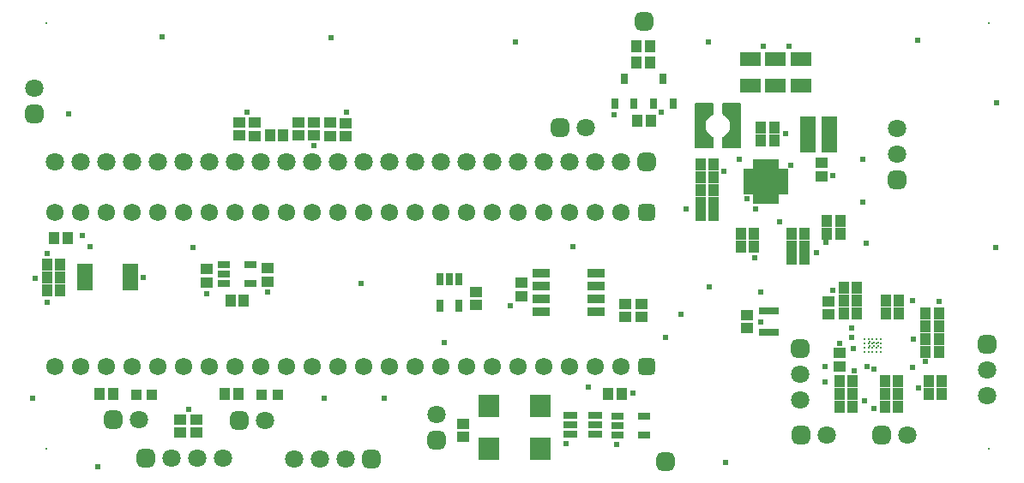
<source format=gts>
G04*
G04 #@! TF.GenerationSoftware,Altium Limited,Altium Designer,21.6.4 (81)*
G04*
G04 Layer_Color=8388736*
%FSLAX44Y44*%
%MOMM*%
G71*
G04*
G04 #@! TF.SameCoordinates,B5D7AA2C-AE02-420C-9FE3-D908FE65D14F*
G04*
G04*
G04 #@! TF.FilePolarity,Negative*
G04*
G01*
G75*
%ADD23C,0.2080*%
%ADD31R,1.0332X1.1432*%
%ADD32R,1.2532X0.8032*%
%ADD33R,1.1432X1.0332*%
%ADD34R,0.6532X0.6732*%
%ADD35R,2.1232X1.4232*%
%ADD36R,1.1032X0.5032*%
%ADD37R,0.5032X1.1032*%
%ADD38R,2.3532X2.3532*%
%ADD39R,0.8032X1.0532*%
%ADD40R,2.0032X2.2032*%
%ADD41R,1.0032X1.0032*%
%ADD42R,1.6370X0.6718*%
%ADD43R,1.4032X0.8032*%
%ADD44R,0.8032X1.2532*%
%ADD45R,1.7292X0.8532*%
%ADD46R,1.5032X3.6032*%
%ADD47C,1.8032*%
G04:AMPARAMS|DCode=48|XSize=1.8032mm|YSize=1.8032mm|CornerRadius=0.5016mm|HoleSize=0mm|Usage=FLASHONLY|Rotation=0.000|XOffset=0mm|YOffset=0mm|HoleType=Round|Shape=RoundedRectangle|*
%AMROUNDEDRECTD48*
21,1,1.8032,0.8000,0,0,0.0*
21,1,0.8000,1.8032,0,0,0.0*
1,1,1.0032,0.4000,-0.4000*
1,1,1.0032,-0.4000,-0.4000*
1,1,1.0032,-0.4000,0.4000*
1,1,1.0032,0.4000,0.4000*
%
%ADD48ROUNDEDRECTD48*%
G04:AMPARAMS|DCode=49|XSize=1.8032mm|YSize=1.8032mm|CornerRadius=0.5016mm|HoleSize=0mm|Usage=FLASHONLY|Rotation=90.000|XOffset=0mm|YOffset=0mm|HoleType=Round|Shape=RoundedRectangle|*
%AMROUNDEDRECTD49*
21,1,1.8032,0.8000,0,0,90.0*
21,1,0.8000,1.8032,0,0,90.0*
1,1,1.0032,0.4000,0.4000*
1,1,1.0032,0.4000,-0.4000*
1,1,1.0032,-0.4000,-0.4000*
1,1,1.0032,-0.4000,0.4000*
%
%ADD49ROUNDEDRECTD49*%
%ADD50C,0.2000*%
%ADD51C,1.7232*%
G04:AMPARAMS|DCode=52|XSize=1.7232mm|YSize=1.7232mm|CornerRadius=0.4816mm|HoleSize=0mm|Usage=FLASHONLY|Rotation=180.000|XOffset=0mm|YOffset=0mm|HoleType=Round|Shape=RoundedRectangle|*
%AMROUNDEDRECTD52*
21,1,1.7232,0.7600,0,0,180.0*
21,1,0.7600,1.7232,0,0,180.0*
1,1,0.9632,-0.3800,0.3800*
1,1,0.9632,0.3800,0.3800*
1,1,0.9632,0.3800,-0.3800*
1,1,0.9632,-0.3800,-0.3800*
%
%ADD52ROUNDEDRECTD52*%
%ADD53C,0.2200*%
%ADD54C,0.6200*%
G36*
X687383Y371510D02*
X687514Y371483D01*
X687640Y371441D01*
X687759Y371382D01*
X687870Y371308D01*
X687970Y371220D01*
X688058Y371120D01*
X688132Y371009D01*
X688191Y370890D01*
X688233Y370764D01*
X688260Y370633D01*
X688268Y370500D01*
Y360820D01*
X688271Y360780D01*
X688270Y360760D01*
X688270Y360740D01*
X688265Y360694D01*
X688262Y360648D01*
X688258Y360628D01*
X688256Y360608D01*
X688245Y360563D01*
X688236Y360517D01*
X688230Y360498D01*
X688225Y360478D01*
X688208Y360435D01*
X688193Y360391D01*
X688184Y360373D01*
X688177Y360354D01*
X688155Y360313D01*
X688134Y360271D01*
X688123Y360255D01*
X688113Y360237D01*
X688086Y360199D01*
X688060Y360161D01*
X688047Y360145D01*
X688035Y360129D01*
X688003Y360095D01*
X687973Y360061D01*
X687957Y360047D01*
X687943Y360033D01*
X687907Y360003D01*
X687872Y359973D01*
X687856Y359961D01*
X687840Y359949D01*
X687800Y359925D01*
X687762Y359899D01*
X687744Y359890D01*
X687726Y359879D01*
X686703Y359342D01*
X684851Y358004D01*
X683300Y356359D01*
X682086Y354453D01*
X681251Y352352D01*
X680826Y350132D01*
X680826Y347871D01*
X681250Y345651D01*
X682084Y343550D01*
X683298Y341643D01*
X684849Y339999D01*
X686700Y338660D01*
X687680Y338145D01*
X687684Y338143D01*
X687707Y338131D01*
X687723Y338122D01*
X687726Y338120D01*
X687759Y338104D01*
X687779Y338091D01*
X687801Y338079D01*
X687833Y338055D01*
X687837Y338053D01*
X687840Y338050D01*
X687870Y338030D01*
X687888Y338014D01*
X687908Y338000D01*
X687936Y337972D01*
X687940Y337969D01*
X687943Y337966D01*
X687970Y337942D01*
X687986Y337924D01*
X688004Y337907D01*
X688028Y337877D01*
X688032Y337872D01*
X688035Y337868D01*
X688058Y337842D01*
X688071Y337822D01*
X688087Y337803D01*
X688106Y337771D01*
X688110Y337765D01*
X688113Y337760D01*
X688132Y337732D01*
X688143Y337710D01*
X688155Y337689D01*
X688170Y337655D01*
X688174Y337648D01*
X688176Y337641D01*
X688191Y337612D01*
X688198Y337589D01*
X688208Y337566D01*
X688218Y337533D01*
X688222Y337523D01*
X688224Y337515D01*
X688233Y337486D01*
X688238Y337462D01*
X688245Y337439D01*
X688250Y337406D01*
X688253Y337394D01*
X688254Y337384D01*
X688260Y337355D01*
X688261Y337331D01*
X688265Y337307D01*
X688265Y337275D01*
X688267Y337261D01*
X688266Y337249D01*
X688268Y337223D01*
Y327500D01*
X688260Y327367D01*
X688233Y327237D01*
X688191Y327110D01*
X688132Y326991D01*
X688058Y326880D01*
X687970Y326780D01*
X687870Y326692D01*
X687759Y326618D01*
X687640Y326559D01*
X687514Y326516D01*
X687383Y326491D01*
X687250Y326482D01*
X671250D01*
X671117Y326491D01*
X670986Y326516D01*
X670860Y326559D01*
X670741Y326618D01*
X670630Y326692D01*
X670530Y326780D01*
X670442Y326880D01*
X670368Y326991D01*
X670309Y327110D01*
X670266Y327237D01*
X670240Y327367D01*
X670232Y327500D01*
Y370500D01*
X670240Y370633D01*
X670266Y370764D01*
X670309Y370890D01*
X670368Y371009D01*
X670442Y371120D01*
X670530Y371220D01*
X670630Y371308D01*
X670741Y371382D01*
X670860Y371441D01*
X670986Y371483D01*
X671117Y371510D01*
X671250Y371518D01*
X687250D01*
X687383Y371510D01*
D02*
G37*
G36*
X714383D02*
X714513Y371483D01*
X714640Y371441D01*
X714759Y371382D01*
X714870Y371308D01*
X714970Y371220D01*
X715058Y371120D01*
X715132Y371009D01*
X715191Y370890D01*
X715234Y370764D01*
X715259Y370633D01*
X715268Y370500D01*
Y327500D01*
X715259Y327367D01*
X715234Y327237D01*
X715191Y327110D01*
X715132Y326991D01*
X715058Y326880D01*
X714970Y326780D01*
X714870Y326692D01*
X714759Y326618D01*
X714640Y326559D01*
X714513Y326516D01*
X714383Y326491D01*
X714250Y326482D01*
X698250D01*
X698117Y326491D01*
X697987Y326516D01*
X697860Y326559D01*
X697741Y326618D01*
X697630Y326692D01*
X697530Y326780D01*
X697442Y326880D01*
X697368Y326991D01*
X697309Y327110D01*
X697266Y327237D01*
X697241Y327367D01*
X697232Y327500D01*
Y337175D01*
X697229Y337210D01*
X697231Y337235D01*
X697230Y337260D01*
X697234Y337301D01*
X697237Y337343D01*
X697241Y337367D01*
X697244Y337393D01*
X697254Y337433D01*
X697261Y337474D01*
X697269Y337498D01*
X697275Y337522D01*
X697290Y337560D01*
X697303Y337600D01*
X697314Y337623D01*
X697323Y337646D01*
X697343Y337683D01*
X697361Y337720D01*
X697374Y337741D01*
X697386Y337763D01*
X697411Y337797D01*
X697434Y337832D01*
X697450Y337851D01*
X697465Y337871D01*
X697494Y337901D01*
X697521Y337933D01*
X697539Y337949D01*
X697557Y337967D01*
X697589Y337994D01*
X697620Y338021D01*
X697641Y338036D01*
X697660Y338051D01*
X697695Y338073D01*
X697730Y338096D01*
X697752Y338108D01*
X697774Y338121D01*
X698797Y338658D01*
X700649Y339996D01*
X702200Y341641D01*
X703414Y343547D01*
X704249Y345648D01*
X704674Y347868D01*
X704674Y350129D01*
X704250Y352349D01*
X703416Y354450D01*
X702202Y356357D01*
X700651Y358001D01*
X698800Y359340D01*
X697820Y359855D01*
X697816Y359857D01*
X697795Y359868D01*
X697777Y359878D01*
X697773Y359880D01*
X697741Y359896D01*
X697721Y359909D01*
X697699Y359921D01*
X697668Y359944D01*
X697663Y359947D01*
X697660Y359950D01*
X697630Y359970D01*
X697612Y359986D01*
X697592Y360000D01*
X697564Y360028D01*
X697560Y360031D01*
X697557Y360034D01*
X697530Y360058D01*
X697514Y360076D01*
X697496Y360093D01*
X697473Y360123D01*
X697468Y360128D01*
X697465Y360132D01*
X697442Y360158D01*
X697429Y360178D01*
X697413Y360197D01*
X697394Y360229D01*
X697390Y360235D01*
X697387Y360241D01*
X697368Y360269D01*
X697357Y360290D01*
X697345Y360312D01*
X697330Y360344D01*
X697326Y360353D01*
X697323Y360359D01*
X697309Y360388D01*
X697301Y360411D01*
X697292Y360434D01*
X697282Y360467D01*
X697278Y360477D01*
X697276Y360485D01*
X697266Y360514D01*
X697262Y360538D01*
X697255Y360562D01*
X697250Y360594D01*
X697247Y360606D01*
X697246Y360617D01*
X697241Y360645D01*
X697239Y360669D01*
X697235Y360693D01*
X697235Y360724D01*
X697233Y360739D01*
X697234Y360751D01*
X697232Y360778D01*
Y370500D01*
X697241Y370633D01*
X697266Y370764D01*
X697309Y370890D01*
X697368Y371009D01*
X697442Y371120D01*
X697530Y371220D01*
X697630Y371308D01*
X697741Y371382D01*
X697860Y371441D01*
X697987Y371483D01*
X698117Y371510D01*
X698250Y371518D01*
X714250D01*
X714383Y371510D01*
D02*
G37*
D23*
X837500Y137592D02*
D03*
X841500D02*
D03*
X845500D02*
D03*
X849500D02*
D03*
X853500D02*
D03*
X837500Y133592D02*
D03*
X841500D02*
D03*
X845500D02*
D03*
X849500D02*
D03*
X853500D02*
D03*
X837500Y129593D02*
D03*
X841500D02*
D03*
X845500D02*
D03*
X849500D02*
D03*
X853500D02*
D03*
X837500Y125592D02*
D03*
X841500D02*
D03*
X845500D02*
D03*
X849500D02*
D03*
X853500D02*
D03*
D31*
X858400Y176000D02*
D03*
X871600D02*
D03*
X613150Y354250D02*
D03*
X626350D02*
D03*
X688600Y310500D02*
D03*
X675400D02*
D03*
X250650Y339750D02*
D03*
X263850D02*
D03*
X625850Y427250D02*
D03*
X612650D02*
D03*
X625850Y411750D02*
D03*
X612650D02*
D03*
X748600Y346750D02*
D03*
X735400D02*
D03*
X748600Y334250D02*
D03*
X735400D02*
D03*
X813600Y242250D02*
D03*
X800400D02*
D03*
X813600Y254750D02*
D03*
X800400D02*
D03*
X778600Y217250D02*
D03*
X765400D02*
D03*
Y229750D02*
D03*
X778600D02*
D03*
Y242250D02*
D03*
X765400D02*
D03*
X715400D02*
D03*
X728600D02*
D03*
X715400Y229750D02*
D03*
X728600D02*
D03*
X675400Y260500D02*
D03*
X688600D02*
D03*
X675400Y285500D02*
D03*
X688600D02*
D03*
Y273000D02*
D03*
X675400D02*
D03*
X688600Y298000D02*
D03*
X675400D02*
D03*
X857650Y71093D02*
D03*
X870850D02*
D03*
X812650D02*
D03*
X825850D02*
D03*
X812650Y83593D02*
D03*
X825850D02*
D03*
X913850D02*
D03*
X900650D02*
D03*
X913850Y96093D02*
D03*
X900650D02*
D03*
X857650Y83593D02*
D03*
X870850D02*
D03*
X857650Y96093D02*
D03*
X870850D02*
D03*
X825850D02*
D03*
X812650D02*
D03*
X910850Y125592D02*
D03*
X897650D02*
D03*
X910850Y138092D02*
D03*
X897650D02*
D03*
Y150592D02*
D03*
X910850D02*
D03*
Y163092D02*
D03*
X897650D02*
D03*
X858400D02*
D03*
X871600D02*
D03*
X816900Y188500D02*
D03*
X830100D02*
D03*
X816900Y176000D02*
D03*
X830100D02*
D03*
Y163092D02*
D03*
X816900D02*
D03*
X597850Y84000D02*
D03*
X584650D02*
D03*
X50850Y238250D02*
D03*
X37650D02*
D03*
X82650Y83500D02*
D03*
X95850D02*
D03*
X219250D02*
D03*
X206050D02*
D03*
X211650Y176250D02*
D03*
X224850D02*
D03*
X43600Y186000D02*
D03*
X30400D02*
D03*
X43600Y211500D02*
D03*
X30400D02*
D03*
X43600Y198750D02*
D03*
X30400D02*
D03*
D32*
X594000Y62000D02*
D03*
Y52500D02*
D03*
Y43000D02*
D03*
X620000D02*
D03*
Y62000D02*
D03*
X205250Y212000D02*
D03*
Y202500D02*
D03*
Y193000D02*
D03*
X231250D02*
D03*
Y212000D02*
D03*
D33*
X721500Y162100D02*
D03*
Y148900D02*
D03*
X178250Y45400D02*
D03*
Y58600D02*
D03*
X162250Y45400D02*
D03*
Y58600D02*
D03*
X454000Y184850D02*
D03*
Y171650D02*
D03*
X617250Y173100D02*
D03*
Y159900D02*
D03*
X601500Y173100D02*
D03*
Y159900D02*
D03*
X498500Y193600D02*
D03*
Y180400D02*
D03*
X794750Y312350D02*
D03*
Y299150D02*
D03*
X813000Y110992D02*
D03*
Y124192D02*
D03*
X802008Y175600D02*
D03*
Y162400D02*
D03*
X441507Y41150D02*
D03*
Y54350D02*
D03*
X188258Y207350D02*
D03*
Y194150D02*
D03*
X248242Y208100D02*
D03*
Y194900D02*
D03*
X325500Y338400D02*
D03*
Y351600D02*
D03*
X278750Y339150D02*
D03*
Y352350D02*
D03*
X309750Y338900D02*
D03*
Y352100D02*
D03*
X294193Y352350D02*
D03*
Y339150D02*
D03*
X235758Y338900D02*
D03*
Y352100D02*
D03*
X220250Y339150D02*
D03*
Y352350D02*
D03*
D34*
X749750Y166100D02*
D03*
X743250D02*
D03*
X736750D02*
D03*
Y144400D02*
D03*
X743250D02*
D03*
X749750D02*
D03*
D35*
X724500Y415250D02*
D03*
Y388250D02*
D03*
X775000Y415250D02*
D03*
Y388250D02*
D03*
X749758Y415250D02*
D03*
Y388250D02*
D03*
D36*
X723000Y303750D02*
D03*
Y298750D02*
D03*
Y293750D02*
D03*
Y288750D02*
D03*
Y283750D02*
D03*
X757000D02*
D03*
Y288750D02*
D03*
Y293750D02*
D03*
Y298750D02*
D03*
Y303750D02*
D03*
D37*
X730000Y276750D02*
D03*
X735000D02*
D03*
X740000D02*
D03*
X745000D02*
D03*
X750000D02*
D03*
Y310750D02*
D03*
X745000D02*
D03*
X740000D02*
D03*
X735000D02*
D03*
X730000D02*
D03*
D38*
X740000Y293750D02*
D03*
D39*
X590965Y370750D02*
D03*
X609965D02*
D03*
X600465Y395750D02*
D03*
X629408Y370500D02*
D03*
X648408D02*
D03*
X638908Y395500D02*
D03*
D40*
X466750Y30000D02*
D03*
X517550D02*
D03*
Y72000D02*
D03*
X466750D02*
D03*
D41*
X242500Y82800D02*
D03*
X258500D02*
D03*
X118293D02*
D03*
X134293D02*
D03*
D42*
X68152Y208750D02*
D03*
Y202250D02*
D03*
Y195750D02*
D03*
Y189250D02*
D03*
X112348D02*
D03*
Y195750D02*
D03*
Y202250D02*
D03*
Y208750D02*
D03*
D43*
X571750Y63000D02*
D03*
Y53500D02*
D03*
Y44000D02*
D03*
X546750D02*
D03*
Y53500D02*
D03*
Y63000D02*
D03*
D44*
X437000Y197000D02*
D03*
X427500D02*
D03*
X418000D02*
D03*
Y171000D02*
D03*
X437000D02*
D03*
D45*
X572120Y164700D02*
D03*
Y177400D02*
D03*
Y190100D02*
D03*
Y202800D02*
D03*
X517880D02*
D03*
Y190100D02*
D03*
Y177400D02*
D03*
Y164700D02*
D03*
D46*
X802750Y340500D02*
D03*
X781750D02*
D03*
D47*
X562700Y347093D02*
D03*
X879450Y43250D02*
D03*
X869250Y346150D02*
D03*
Y320750D02*
D03*
X799950Y43157D02*
D03*
X274650Y19500D02*
D03*
X300050D02*
D03*
X325450D02*
D03*
X204400Y20250D02*
D03*
X179000D02*
D03*
X153600D02*
D03*
X774000Y77850D02*
D03*
Y103250D02*
D03*
X415000Y63200D02*
D03*
X245700Y57807D02*
D03*
X121450Y58507D02*
D03*
X18000Y386200D02*
D03*
X37900Y313150D02*
D03*
X63300D02*
D03*
X88700D02*
D03*
X114100D02*
D03*
X139500D02*
D03*
X266500D02*
D03*
X342700D02*
D03*
X368100D02*
D03*
X393500D02*
D03*
X444300D02*
D03*
X469700D02*
D03*
X520500D02*
D03*
X571300D02*
D03*
X596700D02*
D03*
X545900D02*
D03*
X495100D02*
D03*
X418900D02*
D03*
X317300D02*
D03*
X291900D02*
D03*
X241100D02*
D03*
X215700D02*
D03*
X190300D02*
D03*
X164900D02*
D03*
X958750Y82200D02*
D03*
Y107600D02*
D03*
D48*
X537300Y347093D02*
D03*
X619750Y452000D02*
D03*
X854050Y43250D02*
D03*
X641250Y17000D02*
D03*
X774550Y43157D02*
D03*
X350850Y19500D02*
D03*
X128200Y20250D02*
D03*
X220300Y57807D02*
D03*
X96050Y58507D02*
D03*
X622100Y313150D02*
D03*
D49*
X869250Y295350D02*
D03*
X774000Y128650D02*
D03*
X415000Y37800D02*
D03*
X18000Y360800D02*
D03*
X958750Y133000D02*
D03*
D50*
X960000Y30000D02*
D03*
Y450000D02*
D03*
X30000D02*
D03*
Y30000D02*
D03*
D51*
X215700Y110750D02*
D03*
X241100D02*
D03*
X342700D02*
D03*
X393500D02*
D03*
X469700D02*
D03*
X571300D02*
D03*
X596700D02*
D03*
X545900D02*
D03*
X520500D02*
D03*
X495100D02*
D03*
X444300D02*
D03*
X418900D02*
D03*
X368100D02*
D03*
X317300D02*
D03*
X291900D02*
D03*
X266500D02*
D03*
X190300D02*
D03*
X164900D02*
D03*
X139500D02*
D03*
X114100D02*
D03*
X88700D02*
D03*
X63300D02*
D03*
X37900D02*
D03*
X215700Y263150D02*
D03*
X241100D02*
D03*
X342700D02*
D03*
X393500D02*
D03*
X469700D02*
D03*
X571300D02*
D03*
X596700D02*
D03*
X545900D02*
D03*
X520500D02*
D03*
X495100D02*
D03*
X444300D02*
D03*
X418900D02*
D03*
X368100D02*
D03*
X317300D02*
D03*
X291900D02*
D03*
X266500D02*
D03*
X190300D02*
D03*
X164900D02*
D03*
X139500D02*
D03*
X114100D02*
D03*
X88700D02*
D03*
X63300D02*
D03*
X37900D02*
D03*
D52*
X622100Y110750D02*
D03*
Y263150D02*
D03*
D53*
X842973Y135041D02*
D03*
X850876Y130994D02*
D03*
X846927Y131064D02*
D03*
X850841Y134874D02*
D03*
X846750Y134898D02*
D03*
X842954Y131000D02*
D03*
D54*
X799500Y233500D02*
D03*
X294250Y329750D02*
D03*
X325750Y362000D02*
D03*
X759250Y341000D02*
D03*
X248000Y184500D02*
D03*
X188250Y182750D02*
D03*
X19000Y198500D02*
D03*
X30500Y174250D02*
D03*
X31000Y222500D02*
D03*
X609000Y84250D02*
D03*
X728750Y218250D02*
D03*
X806000Y299500D02*
D03*
X789656Y223542D02*
D03*
X735250Y155250D02*
D03*
X846500Y69250D02*
D03*
X837500Y77250D02*
D03*
X827000Y106750D02*
D03*
X813250Y134000D02*
D03*
X806500Y186250D02*
D03*
X898000Y116000D02*
D03*
X884500Y110000D02*
D03*
X840254Y110895D02*
D03*
X886000Y137750D02*
D03*
X911250Y175000D02*
D03*
X884500Y176250D02*
D03*
X891250Y89500D02*
D03*
X839250Y232750D02*
D03*
X835750Y273750D02*
D03*
X835500Y315500D02*
D03*
X227750Y362500D02*
D03*
X729681Y266500D02*
D03*
X170250Y68500D02*
D03*
X590500Y359750D02*
D03*
X798750Y95750D02*
D03*
Y111250D02*
D03*
X16000Y79750D02*
D03*
X80750Y12250D02*
D03*
X363500Y79750D02*
D03*
X304000Y80000D02*
D03*
X656000Y162500D02*
D03*
X549500Y229250D02*
D03*
X340500Y193250D02*
D03*
X684250Y190000D02*
D03*
X734750Y184714D02*
D03*
X640750Y140000D02*
D03*
X700500Y16000D02*
D03*
X967250Y228500D02*
D03*
X968250Y371500D02*
D03*
X890000Y433500D02*
D03*
X683000Y431500D02*
D03*
X493250D02*
D03*
X310750Y436000D02*
D03*
X143750Y436750D02*
D03*
X422750Y135000D02*
D03*
X51700Y360800D02*
D03*
X592750Y33500D02*
D03*
X542500Y34750D02*
D03*
X441507Y41150D02*
D03*
X65250Y240750D02*
D03*
X125750Y199000D02*
D03*
X763000Y427750D02*
D03*
X738000Y427500D02*
D03*
X661000Y266500D02*
D03*
X698500Y304250D02*
D03*
X636500Y362250D02*
D03*
X517550Y30000D02*
D03*
X824500Y140000D02*
D03*
X826092Y128750D02*
D03*
X765000Y310250D02*
D03*
X745000Y289000D02*
D03*
X735250D02*
D03*
X744885Y298635D02*
D03*
X735115D02*
D03*
X713500Y315750D02*
D03*
X721500Y276500D02*
D03*
X753450Y254200D02*
D03*
X800400Y254750D02*
D03*
X735400Y346750D02*
D03*
X846750Y108000D02*
D03*
X824750Y149250D02*
D03*
X488025Y171000D02*
D03*
X565250Y90500D02*
D03*
X174250Y229000D02*
D03*
X73000Y229500D02*
D03*
M02*

</source>
